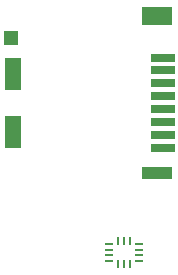
<source format=gtp>
G75*
%MOIN*%
%OFA0B0*%
%FSLAX25Y25*%
%IPPOS*%
%LPD*%
%AMOC8*
5,1,8,0,0,1.08239X$1,22.5*
%
%ADD10R,0.00984X0.02657*%
%ADD11R,0.02657X0.00984*%
%ADD12R,0.10236X0.03937*%
%ADD13R,0.07874X0.02756*%
%ADD14R,0.10236X0.05906*%
%ADD15R,0.05512X0.10630*%
%ADD16R,0.04724X0.04724*%
D10*
X0139831Y0044814D03*
X0141800Y0044814D03*
X0143769Y0044814D03*
X0143769Y0052786D03*
X0141800Y0052786D03*
X0139831Y0052786D03*
D11*
X0136830Y0051753D03*
X0136830Y0049784D03*
X0136830Y0047816D03*
X0136830Y0045847D03*
X0146770Y0045847D03*
X0146770Y0047816D03*
X0146770Y0049784D03*
X0146770Y0051753D03*
D12*
X0152587Y0075217D03*
D13*
X0154556Y0083485D03*
X0154556Y0087816D03*
X0154556Y0092146D03*
X0154556Y0096477D03*
X0154556Y0100808D03*
X0154556Y0105139D03*
X0154556Y0109469D03*
X0154556Y0113800D03*
D14*
X0152587Y0127776D03*
D15*
X0104556Y0088997D03*
X0104556Y0108288D03*
D16*
X0104162Y0120296D03*
M02*

</source>
